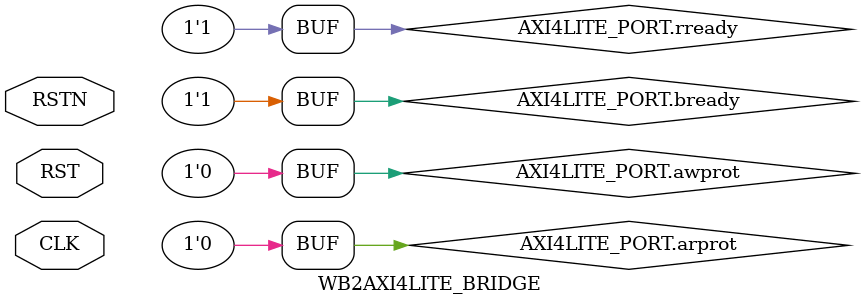
<source format=sv>
`timescale 1ns/100ps

module WB2AXI4LITE_BRIDGE
#(
    parameter ADDR_WIDTH    = 32,
    parameter DATA_WIDTH    = 32,
    parameter AXI_BASE_ADDR = 32'h00000000
)
(
    input               CLK,
    input               RSTN,
    input               RST,
    wishbone_if.slave   WISHBONE_PORT,
    axi4l_if.master     AXI4LITE_PORT
);

    // Connections
    logic                       wb_stall;
    logic [ADDR_WIDTH-1:0]      axi_waddr;
    logic [DATA_WIDTH-1:0]      axi_wdata;
    logic [(DATA_WIDTH/8)-1:0]  axi_wstrb;
    logic [ADDR_WIDTH-1:0]      axi_raddr;

    // Part of these interfaces are used to control output interfaces
    wishbone_if #(
        .DATA_WIDTH (DATA_WIDTH),
        .ADDR_WIDTH (ADDR_WIDTH)
    )
    wb_r (
        .clk    (CLK),
        .rst    (RST)
    );

    wishbone_if #(
        .DATA_WIDTH (DATA_WIDTH),
        .ADDR_WIDTH (ADDR_WIDTH)
    )
    wb_w (
        .clk    (CLK),
        .rst    (RST)
    );

    // AXI4 signals. Be aware of the address rebase!
    assign AXI4LITE_PORT.awaddr = (axi_waddr >> 2);
    assign AXI4LITE_PORT.araddr = (axi_raddr >> 2);
    assign AXI4LITE_PORT.wdata = axi_wdata;
    assign AXI4LITE_PORT.wstrb = axi_wstrb;

    // Write address channel 
    always_ff @(posedge CLK) begin
        if(!RSTN) begin
            AXI4LITE_PORT.awvalid <= 1'b0;
        end
        else if(WISHBONE_PORT.cyc && WISHBONE_PORT.stb && WISHBONE_PORT.we && !wb_stall) begin
            axi_waddr = WISHBONE_PORT.addr - AXI_BASE_ADDR;
            AXI4LITE_PORT.awvalid <= 1'b1;
        end
        else if(AXI4LITE_PORT.awready) begin
            AXI4LITE_PORT.awvalid <= 1'b0;
        end
    end

    // Write data channel
    always_ff @(posedge CLK) begin
        if(!RSTN) begin
          AXI4LITE_PORT.wvalid <= 1'b0;
        end
        else if(WISHBONE_PORT.cyc && WISHBONE_PORT.stb && WISHBONE_PORT.we && !wb_stall) begin
            axi_wdata <= WISHBONE_PORT.wdata;
            axi_wstrb <= WISHBONE_PORT.sel;
            AXI4LITE_PORT.wvalid <= 1'b1;
        end
        else if(AXI4LITE_PORT.wready) begin
            AXI4LITE_PORT.wvalid <= 1'b0;
        end
    end

    // Write response channel
    always_ff @(posedge CLK) begin
        if(!RSTN) begin
            WISHBONE_PORT.stall <= 1'b0;
        end 
        else if(WISHBONE_PORT.cyc && WISHBONE_PORT.stb && WISHBONE_PORT.we && !wb_stall) begin
            WISHBONE_PORT.stall <= 1'b1;
        end
        else if(AXI4LITE_PORT.bvalid) begin
            WISHBONE_PORT.stall <= 1'b0;
        end
    end

    // Read address channel
    always_ff @(posedge CLK) begin
        if(!RSTN) begin
            AXI4LITE_PORT.arvalid <= 1'b0;
        end
        else if(WISHBONE_PORT.cyc && WISHBONE_PORT.stb && !WISHBONE_PORT.we && !wb_stall) begin
            axi_raddr <= WISHBONE_PORT.addr - AXI_BASE_ADDR;
            AXI4LITE_PORT.arvalid <= 1'b1;
        end
        else if(AXI4LITE_PORT.arready) begin
            AXI4LITE_PORT.arvalid <= 1'b0;
        end
    end

    // AXI stall
    always_ff @(posedge CLK) begin
        if(!RSTN) begin
          wb_r.stall <= 1'b0;
        end
        else if(WISHBONE_PORT.cyc && WISHBONE_PORT.stb && !WISHBONE_PORT.we && !wb_stall) begin
            wb_r.stall <= 1'b1;
        end
        else if(AXI4LITE_PORT.rvalid) begin
            wb_r.stall <= 1'b0;
        end
    end

    always_ff @(posedge CLK) begin
        if(!RSTN) begin
          wb_w.stall <= 1'b0;
        end
        else if(WISHBONE_PORT.cyc && WISHBONE_PORT.stb && WISHBONE_PORT.we && !wb_stall) begin
            wb_w.stall <= 1'b1;
        end
        else if(AXI4LITE_PORT.bvalid) begin
            wb_w.stall <= 1'b0;
        end
    end

    // Wishbone signals
    assign wb_stall = ( (!wb_r.stall && !wb_w.stall) ? 1'b0 : 1'b1 );
    assign WISHBONE_PORT.ack = ( (wb_r.ack || wb_w.ack) ? 1'b1 : 1'b0 );
    assign WISHBONE_PORT.err = ( (wb_r.err || wb_w.err) ? 1'b1 : 1'b0 );
 
    // Read channel always ready
    assign WISHBONE_PORT.rdata = AXI4LITE_PORT.rdata;
    assign AXI4LITE_PORT.rready = 1'b1;
    assign wb_r.ack = (AXI4LITE_PORT.rvalid & !AXI4LITE_PORT.rresp[1]);
    assign wb_r.err = (AXI4LITE_PORT.rvalid & !AXI4LITE_PORT.rresp[1]);
    
    // Wishbone Write return channel always ready
    assign AXI4LITE_PORT.bready = 1'b1;
    assign wb_w.ack = (AXI4LITE_PORT.bvalid & !AXI4LITE_PORT.bresp[1]);
    assign wb_w.err = (AXI4LITE_PORT.bvalid & !AXI4LITE_PORT.bresp[1]);

    // Unused
    assign AXI4LITE_PORT.awprot = 3'b000;
    assign AXI4LITE_PORT.arprot = 3'b000;
endmodule

</source>
